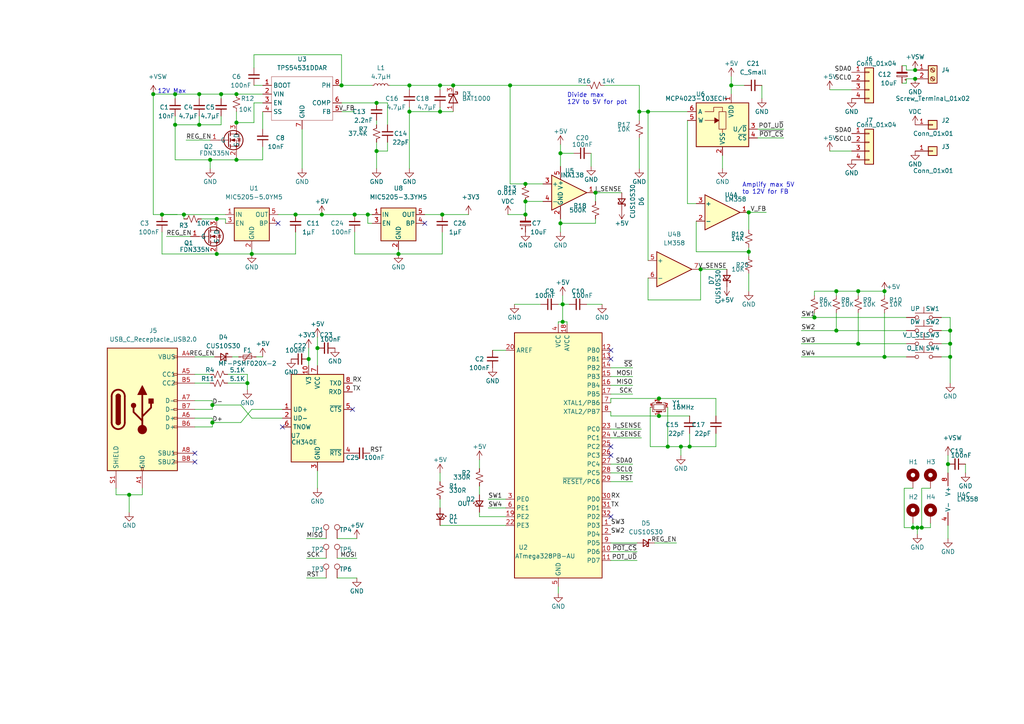
<source format=kicad_sch>
(kicad_sch (version 20200714) (host eeschema "(5.99.0-2671-gfc0a358ba)")
  (page 1 1)
  (paper "A4")
  (junction (at 37.465 143.51) (diameter 1.016))
  (junction (at 44.45 27.305) (diameter 1.016))
  (junction (at 46.99 62.23) (diameter 1.016))
  (junction (at 50.8 27.305) (diameter 1.016))
  (junction (at 50.8 36.195) (diameter 1.016))
  (junction (at 53.34 62.23) (diameter 1.016))
  (junction (at 57.785 27.305) (diameter 1.016))
  (junction (at 57.785 36.195) (diameter 1.016))
  (junction (at 60.96 46.355) (diameter 1.016))
  (junction (at 61.595 117.475) (diameter 1.016))
  (junction (at 61.595 122.555) (diameter 1.016))
  (junction (at 62.865 63.5) (diameter 1.016))
  (junction (at 62.865 73.66) (diameter 1.016))
  (junction (at 64.135 27.305) (diameter 1.016))
  (junction (at 68.58 27.305) (diameter 1.016))
  (junction (at 68.58 35.56) (diameter 1.016))
  (junction (at 68.58 46.355) (diameter 1.016))
  (junction (at 71.755 111.125) (diameter 1.016))
  (junction (at 73.025 73.66) (diameter 1.016))
  (junction (at 85.725 62.23) (diameter 1.016))
  (junction (at 89.535 104.14) (diameter 1.016))
  (junction (at 92.075 100.965) (diameter 1.016))
  (junction (at 93.345 62.23) (diameter 1.016))
  (junction (at 99.06 24.765) (diameter 1.016))
  (junction (at 102.87 62.23) (diameter 1.016))
  (junction (at 106.68 62.23) (diameter 1.016))
  (junction (at 109.22 29.845) (diameter 1.016))
  (junction (at 109.22 43.815) (diameter 1.016))
  (junction (at 115.57 73.66) (diameter 1.016))
  (junction (at 118.745 24.765) (diameter 1.016))
  (junction (at 118.745 32.385) (diameter 1.016))
  (junction (at 127.635 24.765) (diameter 1.016))
  (junction (at 127.635 32.385) (diameter 1.016))
  (junction (at 128.27 62.23) (diameter 1.016))
  (junction (at 131.445 24.765) (diameter 1.016))
  (junction (at 147.955 24.765) (diameter 1.016))
  (junction (at 152.4 53.34) (diameter 1.016))
  (junction (at 152.4 58.42) (diameter 1.016))
  (junction (at 152.4 62.23) (diameter 1.016))
  (junction (at 162.56 44.45) (diameter 1.016))
  (junction (at 162.56 64.77) (diameter 1.016))
  (junction (at 163.195 88.265) (diameter 1.016))
  (junction (at 163.195 93.345) (diameter 1.016))
  (junction (at 172.72 55.88) (diameter 1.016))
  (junction (at 185.42 32.385) (diameter 1.016))
  (junction (at 187.96 32.385) (diameter 1.016))
  (junction (at 191.135 115.57) (diameter 1.016))
  (junction (at 191.135 120.65) (diameter 1.016))
  (junction (at 193.675 129.54) (diameter 1.016))
  (junction (at 197.485 129.54) (diameter 1.016))
  (junction (at 200.025 129.54) (diameter 1.016))
  (junction (at 203.2 78.105) (diameter 1.016))
  (junction (at 212.09 24.765) (diameter 1.016))
  (junction (at 217.17 61.595) (diameter 1.016))
  (junction (at 217.17 73.025) (diameter 1.016))
  (junction (at 236.22 92.075) (diameter 1.016))
  (junction (at 242.57 84.455) (diameter 1.016))
  (junction (at 242.57 95.885) (diameter 1.016))
  (junction (at 248.92 84.455) (diameter 1.016))
  (junction (at 248.92 99.695) (diameter 1.016))
  (junction (at 256.54 84.455) (diameter 1.016))
  (junction (at 256.54 103.505) (diameter 1.016))
  (junction (at 264.795 153.035) (diameter 1.016))
  (junction (at 265.43 20.32) (diameter 1.016))
  (junction (at 265.43 22.86) (diameter 1.016))
  (junction (at 266.065 153.035) (diameter 1.016))
  (junction (at 267.335 153.035) (diameter 1.016))
  (junction (at 274.955 134.62) (diameter 1.016))
  (junction (at 275.59 95.885) (diameter 1.016))
  (junction (at 275.59 99.695) (diameter 1.016))
  (junction (at 275.59 103.505) (diameter 1.016))
  (no_connect (at 81.915 123.825))
  (no_connect (at 123.19 64.77))
  (no_connect (at 177.165 104.14))
  (no_connect (at 102.235 118.745))
  (no_connect (at 80.645 64.77))
  (no_connect (at 177.165 129.54))
  (no_connect (at 56.515 133.985))
  (no_connect (at 177.165 132.08))
  (no_connect (at 177.165 101.6))
  (no_connect (at 177.165 149.86))
  (no_connect (at 56.515 131.445))
  (wire (pts (xy 33.655 141.605) (xy 33.655 143.51)))
  (wire (pts (xy 37.465 143.51) (xy 33.655 143.51)))
  (wire (pts (xy 37.465 143.51) (xy 41.275 143.51)))
  (wire (pts (xy 37.465 148.59) (xy 37.465 143.51)))
  (wire (pts (xy 41.275 143.51) (xy 41.275 141.605)))
  (wire (pts (xy 44.45 27.305) (xy 50.8 27.305)))
  (wire (pts (xy 44.45 62.23) (xy 44.45 27.305)))
  (wire (pts (xy 44.45 62.23) (xy 46.99 62.23)))
  (wire (pts (xy 46.99 62.23) (xy 51.435 62.23)))
  (wire (pts (xy 46.99 62.23) (xy 53.34 62.23)))
  (wire (pts (xy 46.99 67.31) (xy 46.99 73.66)))
  (wire (pts (xy 46.99 73.66) (xy 62.865 73.66)))
  (wire (pts (xy 48.26 68.58) (xy 55.245 68.58)))
  (wire (pts (xy 50.8 27.305) (xy 50.8 28.575)))
  (wire (pts (xy 50.8 27.305) (xy 57.785 27.305)))
  (wire (pts (xy 50.8 33.655) (xy 50.8 36.195)))
  (wire (pts (xy 50.8 36.195) (xy 50.8 46.355)))
  (wire (pts (xy 50.8 36.195) (xy 57.785 36.195)))
  (wire (pts (xy 50.8 46.355) (xy 60.96 46.355)))
  (wire (pts (xy 53.34 62.23) (xy 53.34 63.5)))
  (wire (pts (xy 53.34 62.23) (xy 65.405 62.23)))
  (wire (pts (xy 53.975 40.64) (xy 60.96 40.64)))
  (wire (pts (xy 56.515 111.125) (xy 60.96 111.125)))
  (wire (pts (xy 56.515 116.205) (xy 61.595 116.205)))
  (wire (pts (xy 56.515 121.285) (xy 61.595 121.285)))
  (wire (pts (xy 57.785 27.305) (xy 57.785 28.575)))
  (wire (pts (xy 57.785 27.305) (xy 64.135 27.305)))
  (wire (pts (xy 57.785 33.655) (xy 57.785 36.195)))
  (wire (pts (xy 57.785 36.195) (xy 64.135 36.195)))
  (wire (pts (xy 58.42 63.5) (xy 62.865 63.5)))
  (wire (pts (xy 60.96 46.355) (xy 60.96 48.895)))
  (wire (pts (xy 60.96 46.355) (xy 68.58 46.355)))
  (wire (pts (xy 60.96 108.585) (xy 56.515 108.585)))
  (wire (pts (xy 61.595 116.205) (xy 61.595 117.475)))
  (wire (pts (xy 61.595 117.475) (xy 61.595 118.745)))
  (wire (pts (xy 61.595 117.475) (xy 69.85 117.475)))
  (wire (pts (xy 61.595 118.745) (xy 56.515 118.745)))
  (wire (pts (xy 61.595 121.285) (xy 61.595 122.555)))
  (wire (pts (xy 61.595 122.555) (xy 61.595 123.825)))
  (wire (pts (xy 61.595 123.825) (xy 56.515 123.825)))
  (wire (pts (xy 62.23 103.505) (xy 56.515 103.505)))
  (wire (pts (xy 62.865 73.66) (xy 73.025 73.66)))
  (wire (pts (xy 64.135 27.305) (xy 64.135 28.575)))
  (wire (pts (xy 64.135 27.305) (xy 68.58 27.305)))
  (wire (pts (xy 64.135 36.195) (xy 64.135 33.655)))
  (wire (pts (xy 65.405 63.5) (xy 62.865 63.5)))
  (wire (pts (xy 65.405 64.77) (xy 65.405 63.5)))
  (wire (pts (xy 66.04 108.585) (xy 71.755 108.585)))
  (wire (pts (xy 67.31 103.505) (xy 69.215 103.505)))
  (wire (pts (xy 68.58 27.305) (xy 76.2 27.305)))
  (wire (pts (xy 68.58 32.385) (xy 68.58 35.56)))
  (wire (pts (xy 68.58 35.56) (xy 73.66 35.56)))
  (wire (pts (xy 68.58 45.72) (xy 68.58 46.355)))
  (wire (pts (xy 68.58 46.355) (xy 76.2 46.355)))
  (wire (pts (xy 69.85 117.475) (xy 73.025 121.285)))
  (wire (pts (xy 69.85 122.555) (xy 61.595 122.555)))
  (wire (pts (xy 71.755 108.585) (xy 71.755 111.125)))
  (wire (pts (xy 71.755 111.125) (xy 66.04 111.125)))
  (wire (pts (xy 71.755 111.125) (xy 71.755 113.03)))
  (wire (pts (xy 73.025 72.39) (xy 73.025 73.66)))
  (wire (pts (xy 73.025 73.66) (xy 85.725 73.66)))
  (wire (pts (xy 73.025 118.745) (xy 69.85 122.555)))
  (wire (pts (xy 73.025 121.285) (xy 81.915 121.285)))
  (wire (pts (xy 73.66 15.875) (xy 99.06 15.875)))
  (wire (pts (xy 73.66 19.685) (xy 73.66 15.875)))
  (wire (pts (xy 73.66 24.765) (xy 76.2 24.765)))
  (wire (pts (xy 73.66 29.845) (xy 76.2 29.845)))
  (wire (pts (xy 73.66 35.56) (xy 73.66 29.845)))
  (wire (pts (xy 74.295 103.505) (xy 76.2 103.505)))
  (wire (pts (xy 76.2 32.385) (xy 76.2 37.465)))
  (wire (pts (xy 76.2 42.545) (xy 76.2 46.355)))
  (wire (pts (xy 80.645 62.23) (xy 85.725 62.23)))
  (wire (pts (xy 81.915 118.745) (xy 73.025 118.745)))
  (wire (pts (xy 85.725 62.23) (xy 93.345 62.23)))
  (wire (pts (xy 85.725 73.66) (xy 85.725 67.31)))
  (wire (pts (xy 87.63 37.465) (xy 87.63 48.895)))
  (wire (pts (xy 88.9 156.21) (xy 94.615 156.21)))
  (wire (pts (xy 88.9 161.925) (xy 94.615 161.925)))
  (wire (pts (xy 88.9 167.64) (xy 94.615 167.64)))
  (wire (pts (xy 89.535 100.965) (xy 89.535 104.14)))
  (wire (pts (xy 89.535 104.14) (xy 89.535 106.045)))
  (wire (pts (xy 92.075 97.79) (xy 92.075 100.965)))
  (wire (pts (xy 92.075 100.965) (xy 92.075 106.045)))
  (wire (pts (xy 92.075 141.605) (xy 92.075 136.525)))
  (wire (pts (xy 97.79 156.21) (xy 103.505 156.21)))
  (wire (pts (xy 97.79 161.925) (xy 103.505 161.925)))
  (wire (pts (xy 97.79 167.64) (xy 103.505 167.64)))
  (wire (pts (xy 99.06 15.875) (xy 99.06 24.765)))
  (wire (pts (xy 99.06 24.765) (xy 107.95 24.765)))
  (wire (pts (xy 99.06 29.845) (xy 109.22 29.845)))
  (wire (pts (xy 99.06 32.385) (xy 102.87 32.385)))
  (wire (pts (xy 102.87 62.23) (xy 93.345 62.23)))
  (wire (pts (xy 102.87 62.23) (xy 106.68 62.23)))
  (wire (pts (xy 102.87 67.31) (xy 102.87 73.66)))
  (wire (pts (xy 102.87 73.66) (xy 115.57 73.66)))
  (wire (pts (xy 106.68 62.23) (xy 107.95 62.23)))
  (wire (pts (xy 106.68 64.77) (xy 106.68 62.23)))
  (wire (pts (xy 107.95 64.77) (xy 106.68 64.77)))
  (wire (pts (xy 109.22 34.925) (xy 109.22 36.195)))
  (wire (pts (xy 109.22 43.815) (xy 109.22 41.275)))
  (wire (pts (xy 109.22 43.815) (xy 109.22 48.895)))
  (wire (pts (xy 112.395 29.845) (xy 109.22 29.845)))
  (wire (pts (xy 112.395 36.195) (xy 112.395 29.845)))
  (wire (pts (xy 112.395 41.275) (xy 112.395 43.815)))
  (wire (pts (xy 112.395 43.815) (xy 109.22 43.815)))
  (wire (pts (xy 113.03 24.765) (xy 118.745 24.765)))
  (wire (pts (xy 115.57 72.39) (xy 115.57 73.66)))
  (wire (pts (xy 115.57 73.66) (xy 128.27 73.66)))
  (wire (pts (xy 118.745 24.765) (xy 118.745 26.035)))
  (wire (pts (xy 118.745 24.765) (xy 127.635 24.765)))
  (wire (pts (xy 118.745 31.115) (xy 118.745 32.385)))
  (wire (pts (xy 118.745 32.385) (xy 118.745 48.895)))
  (wire (pts (xy 123.19 62.23) (xy 128.27 62.23)))
  (wire (pts (xy 127.635 24.765) (xy 127.635 26.035)))
  (wire (pts (xy 127.635 24.765) (xy 131.445 24.765)))
  (wire (pts (xy 127.635 31.115) (xy 127.635 32.385)))
  (wire (pts (xy 127.635 32.385) (xy 118.745 32.385)))
  (wire (pts (xy 127.635 32.385) (xy 131.445 32.385)))
  (wire (pts (xy 127.635 137.16) (xy 127.635 139.7)))
  (wire (pts (xy 127.635 144.78) (xy 127.635 147.32)))
  (wire (pts (xy 127.635 152.4) (xy 146.685 152.4)))
  (wire (pts (xy 128.27 62.23) (xy 135.89 62.23)))
  (wire (pts (xy 128.27 73.66) (xy 128.27 67.31)))
  (wire (pts (xy 131.445 24.765) (xy 147.955 24.765)))
  (wire (pts (xy 139.065 133.35) (xy 139.065 135.89)))
  (wire (pts (xy 139.065 140.97) (xy 139.065 143.51)))
  (wire (pts (xy 139.065 148.59) (xy 139.065 149.86)))
  (wire (pts (xy 139.065 149.86) (xy 146.685 149.86)))
  (wire (pts (xy 141.605 144.78) (xy 146.685 144.78)))
  (wire (pts (xy 141.605 147.32) (xy 146.685 147.32)))
  (wire (pts (xy 142.875 101.6) (xy 146.685 101.6)))
  (wire (pts (xy 147.32 62.23) (xy 152.4 62.23)))
  (wire (pts (xy 147.955 24.765) (xy 147.955 53.34)))
  (wire (pts (xy 147.955 24.765) (xy 170.18 24.765)))
  (wire (pts (xy 147.955 53.34) (xy 152.4 53.34)))
  (wire (pts (xy 149.225 88.265) (xy 156.845 88.265)))
  (wire (pts (xy 152.4 53.34) (xy 157.48 53.34)))
  (wire (pts (xy 152.4 58.42) (xy 152.4 62.23)))
  (wire (pts (xy 152.4 58.42) (xy 157.48 58.42)))
  (wire (pts (xy 161.925 93.345) (xy 163.195 93.345)))
  (wire (pts (xy 161.925 93.98) (xy 161.925 93.345)))
  (wire (pts (xy 161.925 172.085) (xy 161.925 170.18)))
  (wire (pts (xy 162.56 41.91) (xy 162.56 44.45)))
  (wire (pts (xy 162.56 44.45) (xy 162.56 48.26)))
  (wire (pts (xy 162.56 44.45) (xy 166.37 44.45)))
  (wire (pts (xy 162.56 64.77) (xy 162.56 63.5)))
  (wire (pts (xy 162.56 64.77) (xy 172.72 64.77)))
  (wire (pts (xy 162.56 67.31) (xy 162.56 64.77)))
  (wire (pts (xy 163.195 85.725) (xy 163.195 88.265)))
  (wire (pts (xy 163.195 88.265) (xy 161.925 88.265)))
  (wire (pts (xy 163.195 88.265) (xy 163.195 93.345)))
  (wire (pts (xy 163.195 88.265) (xy 165.1 88.265)))
  (wire (pts (xy 163.195 93.345) (xy 164.465 93.345)))
  (wire (pts (xy 164.465 93.345) (xy 164.465 93.98)))
  (wire (pts (xy 170.18 88.265) (xy 174.625 88.265)))
  (wire (pts (xy 171.45 44.45) (xy 171.45 48.26)))
  (wire (pts (xy 172.72 55.88) (xy 172.72 58.42)))
  (wire (pts (xy 172.72 55.88) (xy 180.34 55.88)))
  (wire (pts (xy 172.72 63.5) (xy 172.72 64.77)))
  (wire (pts (xy 177.165 106.68) (xy 183.515 106.68)))
  (wire (pts (xy 177.165 109.22) (xy 183.515 109.22)))
  (wire (pts (xy 177.165 111.76) (xy 183.515 111.76)))
  (wire (pts (xy 177.165 114.3) (xy 183.515 114.3)))
  (wire (pts (xy 177.165 115.57) (xy 177.165 116.84)))
  (wire (pts (xy 177.165 115.57) (xy 191.135 115.57)))
  (wire (pts (xy 177.165 119.38) (xy 177.165 120.65)))
  (wire (pts (xy 177.165 120.65) (xy 191.135 120.65)))
  (wire (pts (xy 177.165 124.46) (xy 186.055 124.46)))
  (wire (pts (xy 177.165 127) (xy 186.055 127)))
  (wire (pts (xy 177.165 134.62) (xy 183.515 134.62)))
  (wire (pts (xy 177.165 137.16) (xy 183.515 137.16)))
  (wire (pts (xy 177.165 139.7) (xy 183.515 139.7)))
  (wire (pts (xy 177.165 157.48) (xy 184.785 157.48)))
  (wire (pts (xy 177.165 160.02) (xy 184.785 160.02)))
  (wire (pts (xy 177.165 162.56) (xy 184.785 162.56)))
  (wire (pts (xy 185.42 24.765) (xy 175.26 24.765)))
  (wire (pts (xy 185.42 24.765) (xy 185.42 32.385)))
  (wire (pts (xy 185.42 32.385) (xy 185.42 34.925)))
  (wire (pts (xy 185.42 40.005) (xy 185.42 48.895)))
  (wire (pts (xy 187.96 32.385) (xy 185.42 32.385)))
  (wire (pts (xy 187.96 32.385) (xy 187.96 75.565)))
  (wire (pts (xy 187.96 80.645) (xy 187.96 86.995)))
  (wire (pts (xy 187.96 86.995) (xy 203.2 86.995)))
  (wire (pts (xy 188.595 118.11) (xy 188.595 129.54)))
  (wire (pts (xy 188.595 129.54) (xy 193.675 129.54)))
  (wire (pts (xy 189.865 157.48) (xy 196.215 157.48)))
  (wire (pts (xy 191.135 120.65) (xy 200.025 120.65)))
  (wire (pts (xy 193.675 118.11) (xy 193.675 129.54)))
  (wire (pts (xy 193.675 129.54) (xy 197.485 129.54)))
  (wire (pts (xy 197.485 129.54) (xy 197.485 132.08)))
  (wire (pts (xy 197.485 129.54) (xy 200.025 129.54)))
  (wire (pts (xy 199.39 32.385) (xy 187.96 32.385)))
  (wire (pts (xy 199.39 59.055) (xy 199.39 34.925)))
  (wire (pts (xy 200.025 125.73) (xy 200.025 129.54)))
  (wire (pts (xy 200.025 129.54) (xy 207.645 129.54)))
  (wire (pts (xy 201.93 59.055) (xy 199.39 59.055)))
  (wire (pts (xy 201.93 73.025) (xy 201.93 64.135)))
  (wire (pts (xy 203.2 78.105) (xy 210.82 78.105)))
  (wire (pts (xy 203.2 86.995) (xy 203.2 78.105)))
  (wire (pts (xy 207.645 115.57) (xy 191.135 115.57)))
  (wire (pts (xy 207.645 120.65) (xy 207.645 115.57)))
  (wire (pts (xy 207.645 129.54) (xy 207.645 125.73)))
  (wire (pts (xy 209.55 45.085) (xy 209.55 48.895)))
  (wire (pts (xy 212.09 22.225) (xy 212.09 24.765)))
  (wire (pts (xy 212.09 24.765) (xy 212.09 27.305)))
  (wire (pts (xy 212.09 24.765) (xy 215.9 24.765)))
  (wire (pts (xy 217.17 61.595) (xy 217.17 66.675)))
  (wire (pts (xy 217.17 61.595) (xy 222.25 61.595)))
  (wire (pts (xy 217.17 71.755) (xy 217.17 73.025)))
  (wire (pts (xy 217.17 73.025) (xy 201.93 73.025)))
  (wire (pts (xy 217.17 73.025) (xy 217.17 74.295)))
  (wire (pts (xy 217.17 79.375) (xy 217.17 84.455)))
  (wire (pts (xy 219.71 37.465) (xy 227.33 37.465)))
  (wire (pts (xy 219.71 40.005) (xy 227.33 40.005)))
  (wire (pts (xy 220.98 24.765) (xy 220.98 28.575)))
  (wire (pts (xy 232.41 92.075) (xy 236.22 92.075)))
  (wire (pts (xy 232.41 95.885) (xy 242.57 95.885)))
  (wire (pts (xy 232.41 99.695) (xy 248.92 99.695)))
  (wire (pts (xy 232.41 103.505) (xy 256.54 103.505)))
  (wire (pts (xy 236.22 84.455) (xy 242.57 84.455)))
  (wire (pts (xy 236.22 85.725) (xy 236.22 84.455)))
  (wire (pts (xy 236.22 90.805) (xy 236.22 92.075)))
  (wire (pts (xy 236.22 92.075) (xy 262.89 92.075)))
  (wire (pts (xy 240.665 26.035) (xy 247.015 26.035)))
  (wire (pts (xy 240.665 43.815) (xy 247.015 43.815)))
  (wire (pts (xy 242.57 84.455) (xy 242.57 85.725)))
  (wire (pts (xy 242.57 84.455) (xy 248.92 84.455)))
  (wire (pts (xy 242.57 90.805) (xy 242.57 95.885)))
  (wire (pts (xy 248.92 84.455) (xy 248.92 85.725)))
  (wire (pts (xy 248.92 84.455) (xy 256.54 84.455)))
  (wire (pts (xy 248.92 90.805) (xy 248.92 99.695)))
  (wire (pts (xy 248.92 99.695) (xy 262.89 99.695)))
  (wire (pts (xy 256.54 84.455) (xy 256.54 85.725)))
  (wire (pts (xy 256.54 90.805) (xy 256.54 103.505)))
  (wire (pts (xy 256.54 103.505) (xy 262.89 103.505)))
  (wire (pts (xy 261.62 19.05) (xy 262.89 19.05)))
  (wire (pts (xy 261.62 24.13) (xy 262.89 24.13)))
  (wire (pts (xy 262.255 141.605) (xy 262.255 153.035)))
  (wire (pts (xy 262.255 153.035) (xy 264.795 153.035)))
  (wire (pts (xy 262.89 19.05) (xy 262.89 20.32)))
  (wire (pts (xy 262.89 20.32) (xy 265.43 20.32)))
  (wire (pts (xy 262.89 22.86) (xy 265.43 22.86)))
  (wire (pts (xy 262.89 24.13) (xy 262.89 22.86)))
  (wire (pts (xy 262.89 95.885) (xy 242.57 95.885)))
  (wire (pts (xy 264.795 141.605) (xy 262.255 141.605)))
  (wire (pts (xy 264.795 151.765) (xy 264.795 153.035)))
  (wire (pts (xy 264.795 153.035) (xy 266.065 153.035)))
  (wire (pts (xy 266.065 153.035) (xy 266.065 154.94)))
  (wire (pts (xy 266.065 153.035) (xy 267.335 153.035)))
  (wire (pts (xy 267.335 141.605) (xy 267.335 153.035)))
  (wire (pts (xy 267.335 153.035) (xy 269.875 153.035)))
  (wire (pts (xy 269.875 141.605) (xy 267.335 141.605)))
  (wire (pts (xy 269.875 153.035) (xy 269.875 151.765)))
  (wire (pts (xy 273.05 92.075) (xy 275.59 92.075)))
  (wire (pts (xy 273.05 95.885) (xy 275.59 95.885)))
  (wire (pts (xy 273.05 99.695) (xy 275.59 99.695)))
  (wire (pts (xy 274.955 132.08) (xy 274.955 134.62)))
  (wire (pts (xy 274.955 134.62) (xy 274.955 137.16)))
  (wire (pts (xy 274.955 156.21) (xy 274.955 152.4)))
  (wire (pts (xy 275.59 92.075) (xy 275.59 95.885)))
  (wire (pts (xy 275.59 95.885) (xy 275.59 99.695)))
  (wire (pts (xy 275.59 99.695) (xy 275.59 103.505)))
  (wire (pts (xy 275.59 103.505) (xy 273.05 103.505)))
  (wire (pts (xy 275.59 103.505) (xy 275.59 111.125)))
  (wire (pts (xy 280.035 134.62) (xy 280.035 137.16)))
  (text "12V Max" (at 53.975 27.305 180) (effects (font (size 1.27 1.27)) (justify right bottom)))
  (text "Divide max \n12V to 5V for pot" (at 164.465 30.48 0) (effects (font (size 1.27 1.27)) (justify left bottom)))
  (text "Amplify max 5V \nto 12V for FB" (at 215.265 56.515 0) (effects (font (size 1.27 1.27)) (justify left bottom)))
  (label "REG_EN" (at 48.26 68.58 0))
  (label "REG_EN" (at 53.975 40.64 0))
  (label "D-" (at 61.595 117.475 0))
  (label "D+" (at 61.595 122.555 0))
  (label "REG_EN" (at 62.23 103.505 180))
  (label "MISO" (at 88.9 156.21 0))
  (label "SCK" (at 88.9 161.925 0))
  (label "RST" (at 88.9 167.64 0))
  (label "RX" (at 102.235 111.125 0))
  (label "TX" (at 102.235 113.665 0))
  (label "V_FB" (at 102.87 32.385 180))
  (label "MOSI" (at 103.505 161.925 180))
  (label "RST" (at 107.315 131.445 0))
  (label "SW1" (at 141.605 144.78 0))
  (label "SW4" (at 141.605 147.32 0))
  (label "RX" (at 177.165 144.78 0))
  (label "TX" (at 177.165 147.32 0))
  (label "SW3" (at 177.165 152.4 0))
  (label "SW2" (at 177.165 154.94 0))
  (label "I_SENSE" (at 180.34 55.88 180))
  (label "~SS" (at 183.515 106.68 180))
  (label "MOSI" (at 183.515 109.22 180))
  (label "MISO" (at 183.515 111.76 180))
  (label "SCK" (at 183.515 114.3 180))
  (label "SDA0" (at 183.515 134.62 180))
  (label "SCL0" (at 183.515 137.16 180))
  (label "RST" (at 183.515 139.7 180))
  (label "~POT_CS" (at 184.785 160.02 180))
  (label "POT_U~D" (at 184.785 162.56 180))
  (label "I_SENSE" (at 186.055 124.46 180))
  (label "V_SENSE" (at 186.055 127 180))
  (label "REG_EN" (at 196.215 157.48 180))
  (label "V_SENSE" (at 210.82 78.105 180))
  (label "V_FB" (at 222.25 61.595 180))
  (label "POT_U~D" (at 227.33 37.465 180))
  (label "~POT_CS" (at 227.33 40.005 180))
  (label "SW1" (at 232.41 92.075 0))
  (label "SW2" (at 232.41 95.885 0))
  (label "SW3" (at 232.41 99.695 0))
  (label "SW4" (at 232.41 103.505 0))
  (label "SDA0" (at 247.015 20.955 180))
  (label "SCL0" (at 247.015 23.495 180))
  (label "SDA0" (at 247.015 38.735 180))
  (label "SCL0" (at 247.015 41.275 180))
  (symbol (lib_id "Device:L_Small") (at 110.49 24.765 90) (unit 1)
    (property "Reference" "L1" (at 110.49 19.685 90))
    (property "Value" "4.7µH" (at 110.49 22.225 90))
    (property "Footprint" "Inductor_SMD:L_Bourns_SRR1260" (effects hide))
  )
  (symbol (lib_id "Connector:TestPoint") (at 94.615 156.21 0) (mirror y) (unit 1)
    (property "Reference" "TP1" (at 93.98 153.67 0) (effects (justify left)))
    (property "Value" "TestPoint" (effects hide))
    (property "Footprint" "TestPoint:TestPoint_Pad_D1.0mm" (effects hide))
  )
  (symbol (lib_id "Connector:TestPoint") (at 94.615 161.925 0) (mirror y) (unit 1)
    (property "Reference" "TP2" (at 93.98 159.385 0) (effects (justify left)))
    (property "Value" "TestPoint" (effects hide))
    (property "Footprint" "TestPoint:TestPoint_Pad_D1.0mm" (effects hide))
  )
  (symbol (lib_id "Connector:TestPoint") (at 94.615 167.64 0) (mirror y) (unit 1)
    (property "Reference" "TP3" (at 93.98 165.1 0) (effects (justify left)))
    (property "Value" "TestPoint" (effects hide))
    (property "Footprint" "TestPoint:TestPoint_Pad_D1.0mm" (effects hide))
  )
  (symbol (lib_id "Connector:TestPoint") (at 97.79 156.21 0) (unit 1)
    (property "Reference" "TP4" (at 98.425 153.67 0) (effects (justify left)))
    (property "Value" "TestPoint" (effects hide))
    (property "Footprint" "TestPoint:TestPoint_Pad_D1.0mm" (effects hide))
  )
  (symbol (lib_id "Connector:TestPoint") (at 97.79 161.925 0) (unit 1)
    (property "Reference" "TP5" (at 98.425 159.385 0) (effects (justify left)))
    (property "Value" "TestPoint" (effects hide))
    (property "Footprint" "TestPoint:TestPoint_Pad_D1.0mm" (effects hide))
  )
  (symbol (lib_id "Connector:TestPoint") (at 97.79 167.64 0) (unit 1)
    (property "Reference" "TP6" (at 98.425 165.1 0) (effects (justify left)))
    (property "Value" "TestPoint" (effects hide))
    (property "Footprint" "TestPoint:TestPoint_Pad_D1.0mm" (effects hide))
  )
  (symbol (lib_id "power:+VSW") (at 44.45 27.305 0) (unit 1)
    (property "Reference" "#PWR0111" (effects hide))
    (property "Value" "+VSW" (at 45.72 22.225 0))
  )
  (symbol (lib_id "power:+5V") (at 76.2 103.505 0) (unit 1)
    (property "Reference" "#PWR0151" (effects hide))
    (property "Value" "+5V" (at 76.2 99.695 0))
  )
  (symbol (lib_id "power:+3V3") (at 89.535 100.965 0) (unit 1)
    (property "Reference" "#PWR0138" (effects hide))
    (property "Value" "+3V3" (at 88.9 97.155 0))
  )
  (symbol (lib_id "power:+5V") (at 92.075 97.79 0) (unit 1)
    (property "Reference" "#PWR0146" (effects hide))
    (property "Value" "+5V" (at 92.075 93.98 0))
  )
  (symbol (lib_id "power:+5V") (at 93.345 62.23 0) (unit 1)
    (property "Reference" "#PWR0112" (effects hide))
    (property "Value" "+5V" (at 93.345 58.42 0))
  )
  (symbol (lib_id "power:+5V") (at 103.505 156.21 0) (unit 1)
    (property "Reference" "#PWR0119" (effects hide))
    (property "Value" "+5V" (at 103.505 152.4 0))
  )
  (symbol (lib_id "power:+5V") (at 127.635 137.16 0) (unit 1)
    (property "Reference" "#PWR0137" (effects hide))
    (property "Value" "+5V" (at 127.635 133.35 0))
  )
  (symbol (lib_id "power:+3V3") (at 135.89 62.23 0) (unit 1)
    (property "Reference" "#PWR0134" (effects hide))
    (property "Value" "+3V3" (at 136.525 57.15 0))
  )
  (symbol (lib_id "power:+5V") (at 139.065 133.35 0) (unit 1)
    (property "Reference" "#PWR0136" (effects hide))
    (property "Value" "+5V" (at 139.065 129.54 0))
  )
  (symbol (lib_id "power:VDC") (at 147.32 62.23 0) (mirror y) (unit 1)
    (property "Reference" "#PWR0133" (effects hide))
    (property "Value" "VDC" (at 147.32 58.42 0))
  )
  (symbol (lib_id "power:+5V") (at 162.56 41.91 0) (unit 1)
    (property "Reference" "#PWR0125" (effects hide))
    (property "Value" "+5V" (at 162.56 38.1 0))
  )
  (symbol (lib_id "power:+5V") (at 163.195 85.725 0) (unit 1)
    (property "Reference" "#PWR0110" (effects hide))
    (property "Value" "+5V" (at 163.195 81.915 0))
  )
  (symbol (lib_id "power:+5V") (at 180.34 60.96 180) (unit 1)
    (property "Reference" "#PWR0152" (effects hide))
    (property "Value" "+5V" (at 180.34 64.77 0))
  )
  (symbol (lib_id "power:+5V") (at 210.82 83.185 180) (unit 1)
    (property "Reference" "#PWR0153" (effects hide))
    (property "Value" "+5V" (at 210.82 86.995 0))
  )
  (symbol (lib_id "power:+5V") (at 212.09 22.225 0) (unit 1)
    (property "Reference" "#PWR0116" (effects hide))
    (property "Value" "+5V" (at 212.09 18.415 0))
  )
  (symbol (lib_id "power:+5V") (at 240.665 26.035 0) (unit 1)
    (property "Reference" "#PWR0142" (effects hide))
    (property "Value" "+5V" (at 240.665 22.225 0))
  )
  (symbol (lib_id "power:+5V") (at 240.665 43.815 0) (unit 1)
    (property "Reference" "#PWR0145" (effects hide))
    (property "Value" "+5V" (at 240.665 40.005 0))
  )
  (symbol (lib_id "power:+5V") (at 256.54 84.455 0) (unit 1)
    (property "Reference" "#PWR0135" (effects hide))
    (property "Value" "+5V" (at 259.08 83.185 0))
  )
  (symbol (lib_id "power:+VSW") (at 265.43 20.32 0) (unit 1)
    (property "Reference" "#PWR0128" (effects hide))
    (property "Value" "+VSW" (at 265.43 16.51 0))
  )
  (symbol (lib_id "power:VDC") (at 265.43 36.195 0) (unit 1)
    (property "Reference" "#PWR0129" (effects hide))
    (property "Value" "VDC" (at 265.43 32.385 0))
  )
  (symbol (lib_id "power:+VSW") (at 274.955 132.08 0) (unit 1)
    (property "Reference" "#PWR0108" (effects hide))
    (property "Value" "+VSW" (at 276.225 127 0))
  )
  (symbol (lib_id "power:GND") (at 37.465 148.59 0) (unit 1)
    (property "Reference" "#PWR0147" (effects hide))
    (property "Value" "GND" (at 37.465 152.4 0))
  )
  (symbol (lib_id "power:GND") (at 60.96 48.895 0) (unit 1)
    (property "Reference" "#PWR0102" (effects hide))
    (property "Value" "GND" (at 60.96 52.705 0))
  )
  (symbol (lib_id "power:GND") (at 71.755 113.03 0) (unit 1)
    (property "Reference" "#PWR0150" (effects hide))
    (property "Value" "GND" (at 71.755 116.84 0))
  )
  (symbol (lib_id "power:GND") (at 73.025 73.66 0) (unit 1)
    (property "Reference" "#PWR0106" (effects hide))
    (property "Value" "GND" (at 73.025 77.47 0))
  )
  (symbol (lib_id "power:GND") (at 84.455 104.14 0) (unit 1)
    (property "Reference" "#PWR0149" (effects hide))
    (property "Value" "GND" (at 84.455 107.95 0))
  )
  (symbol (lib_id "power:GND") (at 87.63 48.895 0) (unit 1)
    (property "Reference" "#PWR0101" (effects hide))
    (property "Value" "GND" (at 87.63 52.705 0))
  )
  (symbol (lib_id "power:GND") (at 92.075 141.605 0) (unit 1)
    (property "Reference" "#PWR0148" (effects hide))
    (property "Value" "GND" (at 92.075 145.415 0))
  )
  (symbol (lib_id "power:GND") (at 97.155 100.965 0) (unit 1)
    (property "Reference" "#PWR0139" (effects hide))
    (property "Value" "GND" (at 97.155 104.775 0))
  )
  (symbol (lib_id "power:GND") (at 103.505 167.64 0) (unit 1)
    (property "Reference" "#PWR0118" (effects hide))
    (property "Value" "GND" (at 103.505 171.45 0))
  )
  (symbol (lib_id "power:GND") (at 109.22 48.895 0) (unit 1)
    (property "Reference" "#PWR0122" (effects hide))
    (property "Value" "GND" (at 109.22 52.705 0))
  )
  (symbol (lib_id "power:GND") (at 115.57 73.66 0) (unit 1)
    (property "Reference" "#PWR0126" (effects hide))
    (property "Value" "GND" (at 115.57 77.47 0))
  )
  (symbol (lib_id "power:GND") (at 118.745 48.895 0) (unit 1)
    (property "Reference" "#PWR0121" (effects hide))
    (property "Value" "GND" (at 118.745 52.705 0))
  )
  (symbol (lib_id "power:GND") (at 142.875 106.68 0) (unit 1)
    (property "Reference" "#PWR0104" (effects hide))
    (property "Value" "GND" (at 142.875 110.49 0))
  )
  (symbol (lib_id "power:GND") (at 149.225 88.265 0) (unit 1)
    (property "Reference" "#PWR0109" (effects hide))
    (property "Value" "GND" (at 149.225 92.075 0))
  )
  (symbol (lib_id "power:GND") (at 152.4 67.31 0) (mirror y) (unit 1)
    (property "Reference" "#PWR0141" (effects hide))
    (property "Value" "GND" (at 152.4 71.12 0))
  )
  (symbol (lib_id "power:GND") (at 161.925 172.085 0) (unit 1)
    (property "Reference" "#PWR0107" (effects hide))
    (property "Value" "GND" (at 161.925 175.895 0))
  )
  (symbol (lib_id "power:GND") (at 162.56 67.31 0) (unit 1)
    (property "Reference" "#PWR0127" (effects hide))
    (property "Value" "GND" (at 162.56 71.12 0))
  )
  (symbol (lib_id "power:GND") (at 171.45 48.26 0) (unit 1)
    (property "Reference" "#PWR0124" (effects hide))
    (property "Value" "GND" (at 171.45 52.07 0))
  )
  (symbol (lib_id "power:GND") (at 174.625 88.265 0) (unit 1)
    (property "Reference" "#PWR0103" (effects hide))
    (property "Value" "GND" (at 174.625 92.075 0))
  )
  (symbol (lib_id "power:GND") (at 185.42 48.895 0) (unit 1)
    (property "Reference" "#PWR0114" (effects hide))
    (property "Value" "GND" (at 185.42 52.705 0))
  )
  (symbol (lib_id "power:GND") (at 197.485 132.08 0) (unit 1)
    (property "Reference" "#PWR0120" (effects hide))
    (property "Value" "GND" (at 197.485 135.89 0))
  )
  (symbol (lib_id "power:GND") (at 209.55 48.895 0) (unit 1)
    (property "Reference" "#PWR0115" (effects hide))
    (property "Value" "GND" (at 209.55 52.705 0))
  )
  (symbol (lib_id "power:GND") (at 217.17 84.455 0) (unit 1)
    (property "Reference" "#PWR0132" (effects hide))
    (property "Value" "GND" (at 217.17 88.265 0))
  )
  (symbol (lib_id "power:GND") (at 220.98 28.575 0) (unit 1)
    (property "Reference" "#PWR0117" (effects hide))
    (property "Value" "GND" (at 220.98 32.385 0))
  )
  (symbol (lib_id "power:GND") (at 247.015 28.575 0) (unit 1)
    (property "Reference" "#PWR0143" (effects hide))
    (property "Value" "GND" (at 247.015 32.385 0))
  )
  (symbol (lib_id "power:GND") (at 247.015 46.355 0) (unit 1)
    (property "Reference" "#PWR0144" (effects hide))
    (property "Value" "GND" (at 247.015 50.165 0))
  )
  (symbol (lib_id "power:GND") (at 265.43 22.86 0) (unit 1)
    (property "Reference" "#PWR0130" (effects hide))
    (property "Value" "GND" (at 265.43 26.67 0))
  )
  (symbol (lib_id "power:GND") (at 265.43 43.815 0) (unit 1)
    (property "Reference" "#PWR0131" (effects hide))
    (property "Value" "GND" (at 265.43 47.625 0))
  )
  (symbol (lib_id "power:GND") (at 266.065 154.94 0) (unit 1)
    (property "Reference" "#PWR0140" (effects hide))
    (property "Value" "GND" (at 266.065 158.75 0))
  )
  (symbol (lib_id "power:GND") (at 274.955 156.21 0) (unit 1)
    (property "Reference" "#PWR0123" (effects hide))
    (property "Value" "GND" (at 274.955 160.02 0))
  )
  (symbol (lib_id "power:GND") (at 275.59 111.125 0) (unit 1)
    (property "Reference" "#PWR0105" (effects hide))
    (property "Value" "GND" (at 275.59 114.935 0))
  )
  (symbol (lib_id "power:GND") (at 280.035 137.16 0) (unit 1)
    (property "Reference" "#PWR0113" (effects hide))
    (property "Value" "GND" (at 280.035 140.97 0))
  )
  (symbol (lib_id "Device:R_Small_US") (at 55.88 63.5 270) (unit 1)
    (property "Reference" "R3" (at 54.61 65.405 90) (effects (justify right)))
    (property "Value" "10K" (at 60.96 64.77 90) (effects (justify right)))
    (property "Footprint" "Resistor_SMD:R_0805_2012Metric" (effects hide))
  )
  (symbol (lib_id "Device:R_Small_US") (at 63.5 108.585 270) (mirror x) (unit 1)
    (property "Reference" "R4" (at 62.23 107.315 90) (effects (justify right)))
    (property "Value" "5.1K" (at 71.12 107.315 90) (effects (justify right)))
    (property "Footprint" "Resistor_SMD:R_0805_2012Metric" (effects hide))
  )
  (symbol (lib_id "Device:R_Small_US") (at 63.5 111.125 270) (mirror x) (unit 1)
    (property "Reference" "R11" (at 62.23 109.855 90) (effects (justify right)))
    (property "Value" "5.1K" (at 71.12 109.855 90) (effects (justify right)))
    (property "Footprint" "Resistor_SMD:R_0805_2012Metric" (effects hide))
  )
  (symbol (lib_id "Device:R_Small_US") (at 68.58 29.845 180) (unit 1)
    (property "Reference" "R12" (at 69.85 28.575 0) (effects (justify right)))
    (property "Value" "10K" (at 69.215 31.75 0) (effects (justify right)))
    (property "Footprint" "Resistor_SMD:R_0805_2012Metric" (effects hide))
  )
  (symbol (lib_id "Device:Polyfuse_Small") (at 71.755 103.505 90) (unit 1)
    (property "Reference" "F1" (at 71.755 101.6 90))
    (property "Value" "MF-PSMF020X-2" (at 71.755 105.41 90))
    (property "Footprint" "Fuse:Fuse_0805_2012Metric_Castellated" (effects hide))
    (property "Datasheet" "https://datasheet.lcsc.com/szlcsc/BOURNS-MF-PSMF020X-2_C89657.pdf" (effects hide))
  )
  (symbol (lib_id "Device:R_Small_US") (at 109.22 38.735 0) (mirror x) (unit 1)
    (property "Reference" "R7" (at 106.68 37.465 0) (effects (justify right)))
    (property "Value" "37.4K" (at 106.68 38.735 0) (effects (justify right)))
    (property "Footprint" "Resistor_SMD:R_0805_2012Metric" (effects hide))
  )
  (symbol (lib_id "Device:R_Small_US") (at 127.635 142.24 180) (unit 1)
    (property "Reference" "R1" (at 130.175 140.97 0) (effects (justify right)))
    (property "Value" "330R" (at 130.175 142.24 0) (effects (justify right)))
    (property "Footprint" "Resistor_SMD:R_0805_2012Metric" (effects hide))
  )
  (symbol (lib_id "Device:R_Small_US") (at 139.065 138.43 0) (mirror x) (unit 1)
    (property "Reference" "R2" (at 136.525 137.16 0) (effects (justify right)))
    (property "Value" "330R" (at 136.525 138.43 0) (effects (justify right)))
    (property "Footprint" "Resistor_SMD:R_0805_2012Metric" (effects hide))
  )
  (symbol (lib_id "Device:R_Small_US") (at 152.4 55.88 0) (mirror x) (unit 1)
    (property "Reference" "R13" (at 149.86 54.61 0) (effects (justify right)))
    (property "Value" "0.01R" (at 149.86 55.88 0) (effects (justify right)))
    (property "Footprint" "Resistor_SMD:R_1020_2550Metric" (effects hide))
  )
  (symbol (lib_id "Device:R_Small_US") (at 172.72 24.765 270) (mirror x) (unit 1)
    (property "Reference" "R16" (at 171.45 23.495 90) (effects (justify right)))
    (property "Value" "14K" (at 178.435 23.495 90) (effects (justify right)))
    (property "Footprint" "Resistor_SMD:R_0805_2012Metric" (effects hide))
  )
  (symbol (lib_id "Device:R_Small_US") (at 172.72 60.96 0) (mirror x) (unit 1)
    (property "Reference" "R18" (at 170.18 59.69 0) (effects (justify right)))
    (property "Value" "500K" (at 170.18 60.96 0) (effects (justify right)))
    (property "Footprint" "Resistor_SMD:R_0805_2012Metric" (effects hide))
  )
  (symbol (lib_id "Device:R_Small_US") (at 185.42 37.465 0) (mirror x) (unit 1)
    (property "Reference" "R17" (at 182.88 36.195 0) (effects (justify right)))
    (property "Value" "10K" (at 182.88 37.465 0) (effects (justify right)))
    (property "Footprint" "Resistor_SMD:R_0805_2012Metric" (effects hide))
  )
  (symbol (lib_id "Device:R_Small_US") (at 217.17 69.215 0) (unit 1)
    (property "Reference" "R19" (at 215.9 67.945 0) (effects (justify right)))
    (property "Value" "14K" (at 215.9 69.215 0) (effects (justify right)))
    (property "Footprint" "Resistor_SMD:R_0805_2012Metric" (effects hide))
  )
  (symbol (lib_id "Device:R_Small_US") (at 217.17 76.835 180) (unit 1)
    (property "Reference" "R20" (at 213.36 76.835 0) (effects (justify right)))
    (property "Value" "10K" (at 212.09 78.105 0) (effects (justify right)))
    (property "Footprint" "Resistor_SMD:R_0805_2012Metric" (effects hide))
  )
  (symbol (lib_id "Device:R_Small_US") (at 236.22 88.265 0) (mirror y) (unit 1)
    (property "Reference" "R6" (at 237.49 86.995 0) (effects (justify right)))
    (property "Value" "10K" (at 237.49 88.265 0) (effects (justify right)))
    (property "Footprint" "Resistor_SMD:R_0805_2012Metric" (effects hide))
  )
  (symbol (lib_id "Device:R_Small_US") (at 242.57 88.265 0) (mirror y) (unit 1)
    (property "Reference" "R8" (at 243.84 86.995 0) (effects (justify right)))
    (property "Value" "10K" (at 243.84 88.265 0) (effects (justify right)))
    (property "Footprint" "Resistor_SMD:R_0805_2012Metric" (effects hide))
  )
  (symbol (lib_id "Device:R_Small_US") (at 248.92 88.265 0) (mirror y) (unit 1)
    (property "Reference" "R9" (at 250.19 86.995 0) (effects (justify right)))
    (property "Value" "10K" (at 250.19 88.265 0) (effects (justify right)))
    (property "Footprint" "Resistor_SMD:R_0805_2012Metric" (effects hide))
  )
  (symbol (lib_id "Device:R_Small_US") (at 256.54 88.265 0) (mirror y) (unit 1)
    (property "Reference" "R10" (at 257.81 86.995 0) (effects (justify right)))
    (property "Value" "10K" (at 257.81 88.265 0) (effects (justify right)))
    (property "Footprint" "Resistor_SMD:R_0805_2012Metric" (effects hide))
  )
  (symbol (lib_id "Device:D_Schottky_Small") (at 64.77 103.505 0) (mirror y) (unit 1)
    (property "Reference" "D4" (at 64.77 97.79 0))
    (property "Value" "CUS10S30" (at 64.77 100.33 0))
    (property "Footprint" "Diode_SMD:D_SOD-323" (effects hide))
    (property "Datasheet" "https://datasheet.lcsc.com/szlcsc/1810181811_TOSHIBA-CUS10S30-H3F_C146335.pdf" (effects hide))
  )
  (symbol (lib_id "Device:D_Schottky_Small") (at 180.34 58.42 270) (mirror x) (unit 1)
    (property "Reference" "D6" (at 186.055 58.42 0))
    (property "Value" "CUS10S30" (at 183.515 58.42 0))
    (property "Footprint" "Diode_SMD:D_SOD-323" (effects hide))
    (property "Datasheet" "https://datasheet.lcsc.com/szlcsc/1810181811_TOSHIBA-CUS10S30-H3F_C146335.pdf" (effects hide))
  )
  (symbol (lib_id "Device:D_Schottky_Small") (at 187.325 157.48 0) (mirror y) (unit 1)
    (property "Reference" "D5" (at 187.325 151.765 0))
    (property "Value" "CUS10S30" (at 187.325 154.305 0))
    (property "Footprint" "Diode_SMD:D_SOD-323" (effects hide))
    (property "Datasheet" "https://datasheet.lcsc.com/szlcsc/1810181811_TOSHIBA-CUS10S30-H3F_C146335.pdf" (effects hide))
  )
  (symbol (lib_id "Device:D_Schottky_Small") (at 210.82 80.645 270) (mirror x) (unit 1)
    (property "Reference" "D7" (at 206.375 81.28 0))
    (property "Value" "CUS10S30" (at 208.28 83.185 0))
    (property "Footprint" "Diode_SMD:D_SOD-323" (effects hide))
    (property "Datasheet" "https://datasheet.lcsc.com/szlcsc/1810181811_TOSHIBA-CUS10S30-H3F_C146335.pdf" (effects hide))
  )
  (symbol (lib_id "Device:LED_Small") (at 127.635 149.86 270) (mirror x) (unit 1)
    (property "Reference" "D1" (at 130.175 149.86 90) (effects (justify left)))
    (property "Value" "CL" (at 130.175 151.13 90) (effects (justify left)))
    (property "Footprint" "LED_SMD:LED_0805_2012Metric" (effects hide))
  )
  (symbol (lib_id "Device:LED_Small") (at 139.065 146.05 90) (unit 1)
    (property "Reference" "D2" (at 137.795 144.78 90) (effects (justify left)))
    (property "Value" "OUT" (at 136.525 146.05 90) (effects (justify left)))
    (property "Footprint" "LED_SMD:LED_0805_2012Metric" (effects hide))
  )
  (symbol (lib_id "Device:CP_Small") (at 152.4 64.77 0) (mirror x) (unit 1)
    (property "Reference" "C7" (at 155.575 64.77 0))
    (property "Value" "10uF" (at 156.21 67.31 0))
    (property "Footprint" "Capacitor_SMD:C_Elec_5x5.4" (effects hide))
  )
  (symbol (lib_id "Device:CP_Small") (at 261.62 21.59 180) (unit 1)
    (property "Reference" "C12" (at 256.54 21.59 0))
    (property "Value" "10uF" (at 257.81 24.13 0))
    (property "Footprint" "Capacitor_SMD:C_Elec_5x5.4" (effects hide))
  )
  (symbol (lib_id "Device:C_Small") (at 46.99 64.77 180) (unit 1)
    (property "Reference" "C3" (at 41.91 64.77 0))
    (property "Value" "100nF" (at 43.18 67.31 0))
    (property "Footprint" "Capacitor_SMD:C_0805_2012Metric" (effects hide))
  )
  (symbol (lib_id "Device:C_Small") (at 50.8 31.115 180) (unit 1)
    (property "Reference" "C1" (at 47.625 31.115 0))
    (property "Value" "10nF" (at 48.26 33.655 0))
    (property "Footprint" "Capacitor_SMD:C_0805_2012Metric" (effects hide))
  )
  (symbol (lib_id "Device:C_Small") (at 57.785 31.115 180) (unit 1)
    (property "Reference" "C4" (at 54.61 31.115 0))
    (property "Value" "4.7µF" (at 54.61 33.655 0))
    (property "Footprint" "Capacitor_SMD:C_0805_2012Metric" (effects hide))
  )
  (symbol (lib_id "Device:C_Small") (at 64.135 31.115 180) (unit 1)
    (property "Reference" "C5" (at 60.96 31.115 0))
    (property "Value" "4.7µF" (at 60.96 33.655 0))
    (property "Footprint" "Capacitor_SMD:C_0805_2012Metric" (effects hide))
  )
  (symbol (lib_id "Device:C_Small") (at 73.66 22.225 180) (unit 1)
    (property "Reference" "C6" (at 68.58 22.225 0))
    (property "Value" "100nF" (at 69.85 24.765 0))
    (property "Footprint" "Capacitor_SMD:C_0805_2012Metric" (effects hide))
  )
  (symbol (lib_id "Device:C_Small") (at 76.2 40.005 0) (mirror x) (unit 1)
    (property "Reference" "C8" (at 81.28 40.005 0))
    (property "Value" "10nF" (at 80.01 42.545 0))
    (property "Footprint" "Capacitor_SMD:C_0805_2012Metric" (effects hide))
  )
  (symbol (lib_id "Device:C_Small") (at 85.725 64.77 0) (mirror x) (unit 1)
    (property "Reference" "C11" (at 90.805 64.77 0))
    (property "Value" "1µF" (at 89.535 67.31 0))
    (property "Footprint" "Capacitor_SMD:C_0805_2012Metric" (effects hide))
  )
  (symbol (lib_id "Device:C_Small") (at 86.995 104.14 90) (mirror x) (unit 1)
    (property "Reference" "C22" (at 86.995 100.33 90))
    (property "Value" "100nF" (at 85.725 101.6 90))
    (property "Footprint" "Capacitor_SMD:C_0805_2012Metric" (effects hide))
  )
  (symbol (lib_id "Device:C_Small") (at 94.615 100.965 270) (unit 1)
    (property "Reference" "C23" (at 94.615 97.155 90))
    (property "Value" "100nF" (at 95.885 98.425 90))
    (property "Footprint" "Capacitor_SMD:C_0805_2012Metric" (effects hide))
  )
  (symbol (lib_id "Device:C_Small") (at 102.87 64.77 180) (unit 1)
    (property "Reference" "C24" (at 97.79 64.77 0))
    (property "Value" "100nF" (at 99.06 67.31 0))
    (property "Footprint" "Capacitor_SMD:C_0805_2012Metric" (effects hide))
  )
  (symbol (lib_id "Device:C_Small") (at 104.775 131.445 270) (mirror x) (unit 1)
    (property "Reference" "C25" (at 102.235 132.715 90))
    (property "Value" "100nF" (at 108.585 132.715 90))
    (property "Footprint" "Capacitor_SMD:C_0805_2012Metric" (effects hide))
  )
  (symbol (lib_id "Device:C_Small") (at 109.22 32.385 180) (unit 1)
    (property "Reference" "C13" (at 104.14 32.385 0))
    (property "Value" "2.2nF" (at 105.41 34.925 0))
    (property "Footprint" "Capacitor_SMD:C_0805_2012Metric" (effects hide))
  )
  (symbol (lib_id "Device:C_Small") (at 112.395 38.735 0) (mirror x) (unit 1)
    (property "Reference" "C14" (at 116.205 38.735 0))
    (property "Value" "22pF" (at 116.205 41.275 0))
    (property "Footprint" "Capacitor_SMD:C_0805_2012Metric" (effects hide))
  )
  (symbol (lib_id "Device:C_Small") (at 118.745 28.575 180) (unit 1)
    (property "Reference" "C16" (at 113.665 28.575 0))
    (property "Value" "4.7µF" (at 114.935 31.115 0))
    (property "Footprint" "Capacitor_SMD:C_0805_2012Metric" (effects hide))
  )
  (symbol (lib_id "Device:C_Small") (at 127.635 28.575 180) (unit 1)
    (property "Reference" "C18" (at 122.555 28.575 0))
    (property "Value" "4.7µF" (at 123.825 31.115 0))
    (property "Footprint" "Capacitor_SMD:C_0805_2012Metric" (effects hide))
  )
  (symbol (lib_id "Device:C_Small") (at 128.27 64.77 0) (mirror x) (unit 1)
    (property "Reference" "C26" (at 133.35 64.77 0))
    (property "Value" "1µF" (at 132.08 67.31 0))
    (property "Footprint" "Capacitor_SMD:C_0805_2012Metric" (effects hide))
  )
  (symbol (lib_id "Device:C_Small") (at 142.875 104.14 0) (mirror x) (unit 1)
    (property "Reference" "C2" (at 139.065 104.14 0))
    (property "Value" "100nF" (at 139.065 106.68 0))
    (property "Footprint" "Capacitor_SMD:C_0805_2012Metric" (effects hide))
  )
  (symbol (lib_id "Device:C_Small") (at 159.385 88.265 90) (mirror x) (unit 1)
    (property "Reference" "C9" (at 159.385 84.455 90))
    (property "Value" "100nF" (at 158.115 85.725 90))
    (property "Footprint" "Capacitor_SMD:C_0805_2012Metric" (effects hide))
  )
  (symbol (lib_id "Device:C_Small") (at 167.64 88.265 270) (unit 1)
    (property "Reference" "C10" (at 167.64 84.455 90))
    (property "Value" "100nF" (at 168.91 85.725 90))
    (property "Footprint" "Capacitor_SMD:C_0805_2012Metric" (effects hide))
  )
  (symbol (lib_id "Device:C_Small") (at 168.91 44.45 90) (unit 1)
    (property "Reference" "C20" (at 168.91 40.005 90))
    (property "Value" "100nF" (at 168.91 41.91 90))
    (property "Footprint" "Capacitor_SMD:C_0805_2012Metric" (effects hide))
  )
  (symbol (lib_id "Device:C_Small") (at 200.025 123.19 180) (unit 1)
    (property "Reference" "C15" (at 194.945 123.19 0))
    (property "Value" "22pF" (at 196.215 125.73 0))
    (property "Footprint" "Capacitor_SMD:C_0805_2012Metric" (effects hide))
  )
  (symbol (lib_id "Device:C_Small") (at 207.645 123.19 180) (unit 1)
    (property "Reference" "C17" (at 202.565 123.19 0))
    (property "Value" "22pF" (at 203.835 125.73 0))
    (property "Footprint" "Capacitor_SMD:C_0805_2012Metric" (effects hide))
  )
  (symbol (lib_id "Device:C_Small") (at 218.44 24.765 90) (unit 1)
    (property "Reference" "C21" (at 218.44 18.415 90))
    (property "Value" "C_Small" (at 218.44 20.955 90))
    (property "Footprint" "Capacitor_SMD:C_0805_2012Metric" (effects hide))
  )
  (symbol (lib_id "Device:C_Small") (at 277.495 134.62 270) (unit 1)
    (property "Reference" "C19" (at 277.495 130.81 90))
    (property "Value" "100nF" (at 278.765 132.08 90))
    (property "Footprint" "Capacitor_SMD:C_0805_2012Metric" (effects hide))
  )
  (symbol (lib_id "Connector_Generic:Conn_01x01") (at 270.51 36.195 0) (unit 1)
    (property "Reference" "J2" (at 273.05 34.925 0) (effects (justify left)))
    (property "Value" "Conn_01x01" (at 264.795 38.735 0) (effects (justify left)))
    (property "Footprint" "Binding_Post:Binding_Post" (effects hide))
  )
  (symbol (lib_id "Connector_Generic:Conn_01x01") (at 270.51 43.815 0) (unit 1)
    (property "Reference" "J3" (at 273.05 42.545 0) (effects (justify left)))
    (property "Value" "Conn_01x01" (at 264.795 49.53 0) (effects (justify left)))
    (property "Footprint" "Binding_Post:Binding_Post" (effects hide))
  )
  (symbol (lib_id "Mechanical:MountingHole_Pad") (at 264.795 139.065 0) (unit 1)
    (property "Reference" "H1" (at 263.525 133.985 0) (effects (justify left)))
    (property "Value" "MountingHole_Pad" (effects hide))
    (property "Footprint" "MountingHole:MountingHole_2.2mm_M2_ISO7380_Pad" (effects hide))
  )
  (symbol (lib_id "Mechanical:MountingHole_Pad") (at 264.795 149.225 0) (unit 1)
    (property "Reference" "H2" (at 263.525 144.145 0) (effects (justify left)))
    (property "Value" "MountingHole_Pad" (effects hide))
    (property "Footprint" "MountingHole:MountingHole_2.2mm_M2_ISO7380_Pad" (effects hide))
  )
  (symbol (lib_id "Mechanical:MountingHole_Pad") (at 269.875 139.065 0) (unit 1)
    (property "Reference" "H3" (at 268.605 133.985 0) (effects (justify left)))
    (property "Value" "MountingHole_Pad" (effects hide))
    (property "Footprint" "MountingHole:MountingHole_2.2mm_M2_ISO7380_Pad" (effects hide))
  )
  (symbol (lib_id "Mechanical:MountingHole_Pad") (at 269.875 149.225 0) (unit 1)
    (property "Reference" "H4" (at 268.605 144.145 0) (effects (justify left)))
    (property "Value" "MountingHole_Pad" (effects hide))
    (property "Footprint" "MountingHole:MountingHole_2.2mm_M2_ISO7380_Pad" (effects hide))
  )
  (symbol (lib_id "BAT1000:BAT1000") (at 133.985 28.575 270) (unit 1)
    (property "Reference" "D3" (at 133.985 27.305 90) (effects (justify left)))
    (property "Value" "BAT1000" (at 133.985 28.575 90) (effects (justify left)))
    (property "Footprint" "Package_TO_SOT_SMD:TSOT-23" (effects hide))
  )
  (symbol (lib_id "Device:Crystal_GND24_Small") (at 191.135 118.11 90) (unit 1)
    (property "Reference" "Y1" (at 194.945 116.84 90) (effects (justify right)))
    (property "Value" "16MHz" (at 194.945 118.11 90) (effects (justify right)))
    (property "Footprint" "Crystal:Crystal_SMD_SeikoEpson_TSX3225-4Pin_3.2x2.5mm" (effects hide))
  )
  (symbol (lib_id "Amplifier_Operational:LM358") (at 277.495 144.78 0) (unit 3)
    (property "Reference" "U4" (at 277.495 143.51 0) (effects (justify left)))
    (property "Value" "LM358" (at 277.495 144.78 0) (effects (justify left)))
    (property "Footprint" "Package_SO:MSOP-8_3x3mm_P0.65mm" (effects hide))
    (property "Datasheet" "http://www.ti.com/lit/ds/symlink/lm2904-n.pdf" (effects hide))
  )
  (symbol (lib_id "Connector:Screw_Terminal_01x02") (at 270.51 20.32 0) (unit 1)
    (property "Reference" "J4" (at 273.05 20.32 0) (effects (justify left)))
    (property "Value" "Screw_Terminal_01x02" (at 259.715 28.575 0) (effects (justify left)))
    (property "Footprint" "TerminalBlock_Altech:Altech_AK300_1x02_P5.00mm_45-Degree" (effects hide))
  )
  (symbol (lib_id "Switch:SW_Push") (at 267.97 92.075 0) (unit 1)
    (property "Reference" "SW1" (at 270.51 89.535 0))
    (property "Value" "UP" (at 265.43 89.535 0))
    (property "Footprint" "Button_Switch_SMD:SW_SPST_TL3342" (effects hide))
  )
  (symbol (lib_id "Switch:SW_Push") (at 267.97 95.885 0) (unit 1)
    (property "Reference" "SW2" (at 270.51 93.345 0))
    (property "Value" "DW" (at 265.43 93.345 0))
    (property "Footprint" "Button_Switch_SMD:SW_SPST_TL3342" (effects hide))
  )
  (symbol (lib_id "Switch:SW_Push") (at 267.97 99.695 0) (unit 1)
    (property "Reference" "SW3" (at 270.51 97.155 0))
    (property "Value" "V_I_SEL" (at 265.43 97.155 0))
    (property "Footprint" "Button_Switch_SMD:SW_SPST_TL3342" (effects hide))
  )
  (symbol (lib_id "Switch:SW_Push") (at 267.97 103.505 0) (unit 1)
    (property "Reference" "SW4" (at 270.51 100.965 0))
    (property "Value" "O_EN" (at 265.43 100.965 0))
    (property "Footprint" "Button_Switch_SMD:SW_SPST_TL3342" (effects hide))
  )
  (symbol (lib_id "Connector_Generic:Conn_01x04") (at 252.095 23.495 0) (unit 1)
    (property "Reference" "J6" (at 250.825 17.145 0) (effects (justify left)))
    (property "Value" "Conn_01x04" (at 248.285 18.415 0) (effects (justify left)))
    (property "Footprint" "Custom_Vertical_1x_2.54mm_Pin_Header:PinHeader_1x04_P2.54mm_Vertical" (effects hide))
  )
  (symbol (lib_id "Connector_Generic:Conn_01x04") (at 252.095 41.275 0) (unit 1)
    (property "Reference" "J7" (at 250.825 34.925 0) (effects (justify left)))
    (property "Value" "Conn_01x04" (at 248.285 36.195 0) (effects (justify left)))
    (property "Footprint" "Custom_Vertical_1x_2.54mm_Pin_Header:PinHeader_1x04_P2.54mm_Vertical" (effects hide))
  )
  (symbol (lib_id "Custom_Transistors:FDN335N") (at 62.865 68.58 0) (unit 1)
    (property "Reference" "Q1" (at 53.34 70.485 0) (effects (justify left)))
    (property "Value" "FDN335N" (at 52.07 72.39 0) (effects (justify left)))
    (property "Footprint" "Package_TO_SOT_SMD:SOT-23" (effects hide))
    (property "Datasheet" "https://datasheet.lcsc.com/szlcsc/ON-Semicon-ON-FDN335N_C241804.pdf" (effects hide))
  )
  (symbol (lib_id "Custom_Transistors:FDN335N") (at 68.58 40.64 0) (unit 1)
    (property "Reference" "Q2" (at 59.055 42.545 0) (effects (justify left)))
    (property "Value" "FDN335N" (at 57.785 44.45 0) (effects (justify left)))
    (property "Footprint" "Package_TO_SOT_SMD:SOT-23" (effects hide))
    (property "Datasheet" "https://datasheet.lcsc.com/szlcsc/ON-Semicon-ON-FDN335N_C241804.pdf" (effects hide))
  )
  (symbol (lib_id "Amplifier_Operational:LM358") (at 195.58 78.105 0) (unit 2)
    (property "Reference" "U4" (at 195.58 67.945 0))
    (property "Value" "LM358" (at 195.58 70.485 0))
    (property "Footprint" "Package_SO:MSOP-8_3x3mm_P0.65mm" (effects hide))
    (property "Datasheet" "http://www.ti.com/lit/ds/symlink/lm2904-n.pdf" (effects hide))
  )
  (symbol (lib_id "Amplifier_Operational:LM358") (at 209.55 61.595 0) (unit 1)
    (property "Reference" "U4" (at 212.09 56.515 0))
    (property "Value" "LM358" (at 213.36 57.785 0))
    (property "Footprint" "Package_SO:MSOP-8_3x3mm_P0.65mm" (effects hide))
    (property "Datasheet" "http://www.ti.com/lit/ds/symlink/lm2904-n.pdf" (effects hide))
  )
  (symbol (lib_id "Regulator_Linear:MIC5205-5.0YM5") (at 73.025 64.77 0) (unit 1)
    (property "Reference" "U1" (at 73.66 54.61 0))
    (property "Value" "MIC5205-5.0YM5" (at 73.66 57.15 0))
    (property "Footprint" "Package_TO_SOT_SMD:SOT-23-5" (effects hide))
    (property "Datasheet" "http://ww1.microchip.com/downloads/en/DeviceDoc/20005785A.pdf" (effects hide))
  )
  (symbol (lib_id "Regulator_Linear:MIC5205-3.3YM5") (at 115.57 64.77 0) (unit 1)
    (property "Reference" "U8" (at 115.57 54.61 0))
    (property "Value" "MIC5205-3.3YM5" (at 115.57 57.15 0))
    (property "Footprint" "Package_TO_SOT_SMD:SOT-23-5" (effects hide))
    (property "Datasheet" "http://ww1.microchip.com/downloads/en/DeviceDoc/20005785A.pdf" (effects hide))
  )
  (symbol (lib_id "Amplifier_Current:INA138") (at 165.1 55.88 0) (unit 1)
    (property "Reference" "U5" (at 163.83 49.53 0) (effects (justify left)))
    (property "Value" "INA138" (at 162.56 50.8 0) (effects (justify left)))
    (property "Footprint" "Package_TO_SOT_SMD:SOT-23-5" (effects hide))
    (property "Datasheet" "http://www.ti.com/lit/ds/symlink/ina138.pdf" (effects hide))
  )
  (symbol (lib_id "TPS54531DDAR:TPS54531DDAR") (at 87.63 28.575 0) (unit 1)
    (property "Reference" "U3" (at 87.63 17.145 0))
    (property "Value" "TPS54531DDAR" (at 87.63 19.685 0))
    (property "Footprint" "Package_SO:SOIC-8-1EP_3.9x4.9mm_P1.27mm_EP2.514x3.2mm" (effects hide))
  )
  (symbol (lib_id "Potentiometer_Digital:MCP4023-xxxxCH") (at 209.55 37.465 0) (mirror y) (unit 1)
    (property "Reference" "U6" (at 203.2 27.305 0))
    (property "Value" "MCP4023-103ECH" (at 201.93 28.575 0))
    (property "Footprint" "Package_TO_SOT_SMD:SOT-23-6" (effects hide))
    (property "Datasheet" "http://ww1.microchip.com/downloads/en/DeviceDoc/21945e.pdf" (effects hide))
  )
  (symbol (lib_id "Interface_USB:CH340E") (at 92.075 121.285 0) (unit 1)
    (property "Reference" "U7" (at 85.725 126.365 0))
    (property "Value" "CH340E" (at 88.265 128.27 0))
    (property "Footprint" "Package_SO:MSOP-10_3x3mm_P0.5mm" (effects hide))
    (property "Datasheet" "https://www.mpja.com/download/35227cpdata.pdf" (effects hide))
  )
  (symbol (lib_id "Connector:USB_C_Receptacle_USB2.0") (at 41.275 118.745 0) (unit 1)
    (property "Reference" "J5" (at 44.45 95.885 0))
    (property "Value" "USB_C_Receptacle_USB2.0" (at 44.45 98.425 0))
    (property "Footprint" "Connector_USB:USB_C_Receptacle_HRO_TYPE-C-31-M-12" (effects hide))
    (property "Datasheet" "https://www.usb.org/sites/default/files/documents/usb_type-c.zip" (effects hide))
  )
  (symbol (lib_id "MCU_Microchip_ATmega:ATmega328PB-AU") (at 161.925 132.08 0) (unit 1)
    (property "Reference" "U2" (at 151.765 158.75 0))
    (property "Value" "ATmega328PB-AU" (at 158.115 161.29 0))
    (property "Footprint" "Package_QFP:TQFP-32_7x7mm_P0.8mm" (effects hide))
    (property "Datasheet" "http://ww1.microchip.com/downloads/en/DeviceDoc/ATmega328_P%20AVR%20MCU%20with%20picoPower%20Technology%20Data%20Sheet%2040001984A.pdf" (effects hide))
  )
)
</source>
